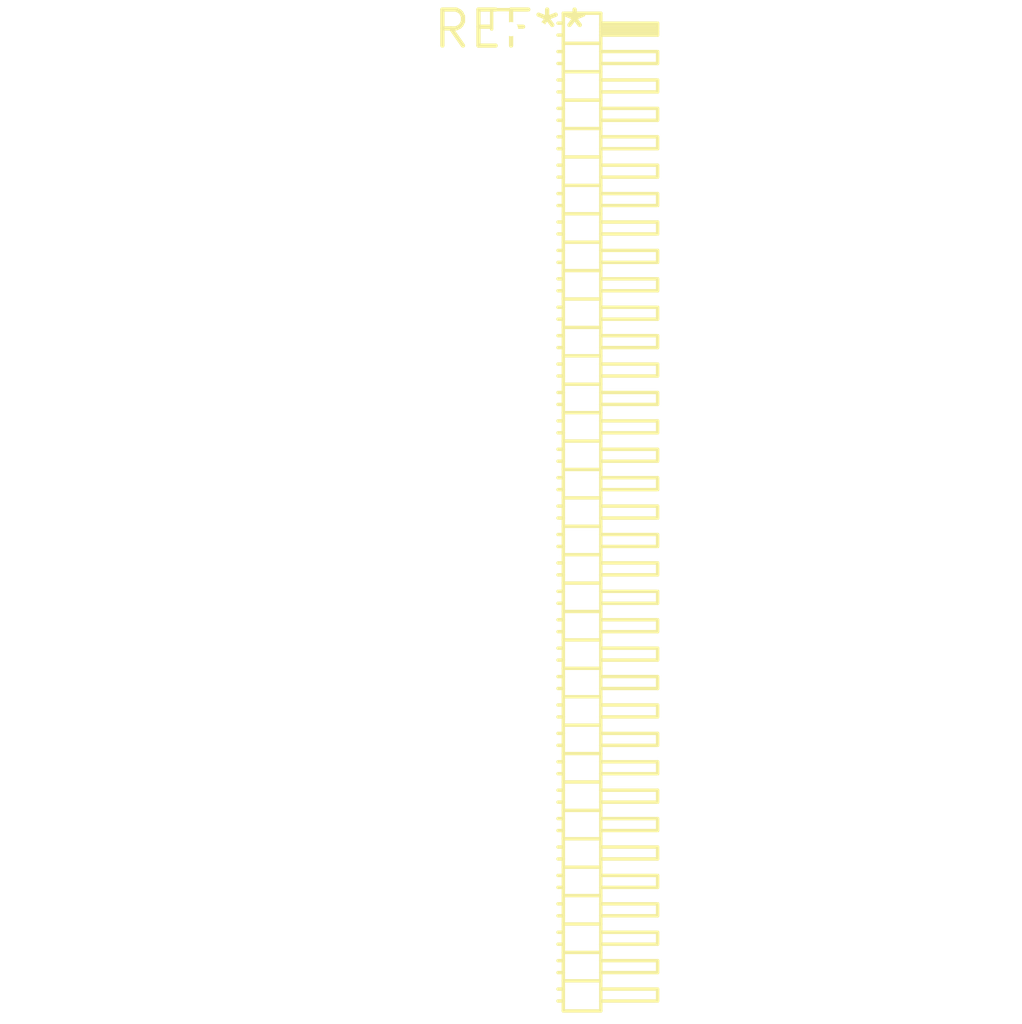
<source format=kicad_pcb>
(kicad_pcb (version 20240108) (generator pcbnew)
  (layers (0 "F.Cu" signal) (31 "B.Cu" signal) (34 "B.Paste" user) (35 "F.Paste" user) (36 "B.SilkS" user "B.Silkscreen") (37 "F.SilkS" user "F.Silkscreen") (38 "B.Mask" user) (39 "F.Mask" user) (44 "Edge.Cuts" user))
  (net 0 "")
  (footprint "PinHeader_2x35_P1.00mm_Horizontal" (layer "F.Cu") (at 0 0)
    (property "Reference" "REF**")
    (property "Value" "PinHeader_2x35_P1.00mm_Horizontal")
    (fp_line (start -0.685 -0.685) (end 0 -0.685) (layer "F.SilkS") (stroke (width 0.12)))
    (fp_line (start -0.685 0) (end -0.685 -0.685) (layer "F.SilkS") (stroke (width 0.12)))
    (fp_line (start 1.652016 -0.21) (end 1.84 -0.21) (layer "F.SilkS") (stroke (width 0.12)))
    (fp_line (start 1.652016 0.21) (end 1.84 0.21) (layer "F.SilkS") (stroke (width 0.12)))
    (fp_line (start 1.652016 0.79) (end 1.84 0.79) (layer "F.SilkS") (stroke (width 0.12)))
    (fp_line (start 1.652016 1.21) (end 1.84 1.21) (layer "F.SilkS") (stroke (width 0.12)))
    (fp_line (start 1.652016 1.79) (end 1.84 1.79) (layer "F.SilkS") (stroke (width 0.12)))
    (fp_line (start 1.652016 2.21) (end 1.84 2.21) (layer "F.SilkS") (stroke (width 0.12)))
    (fp_line (start 1.652016 2.79) (end 1.84 2.79) (layer "F.SilkS") (stroke (width 0.12)))
    (fp_line (start 1.652016 3.21) (end 1.84 3.21) (layer "F.SilkS") (stroke (width 0.12)))
    (fp_line (start 1.652016 3.79) (end 1.84 3.79) (layer "F.SilkS") (stroke (width 0.12)))
    (fp_line (start 1.652016 4.21) (end 1.84 4.21) (layer "F.SilkS") (stroke (width 0.12)))
    (fp_line (start 1.652016 4.79) (end 1.84 4.79) (layer "F.SilkS") (stroke (width 0.12)))
    (fp_line (start 1.652016 5.21) (end 1.84 5.21) (layer "F.SilkS") (stroke (width 0.12)))
    (fp_line (start 1.652016 5.79) (end 1.84 5.79) (layer "F.SilkS") (stroke (width 0.12)))
    (fp_line (start 1.652016 6.21) (end 1.84 6.21) (layer "F.SilkS") (stroke (width 0.12)))
    (fp_line (start 1.652016 6.79) (end 1.84 6.79) (layer "F.SilkS") (stroke (width 0.12)))
    (fp_line (start 1.652016 7.21) (end 1.84 7.21) (layer "F.SilkS") (stroke (width 0.12)))
    (fp_line (start 1.652016 7.79) (end 1.84 7.79) (layer "F.SilkS") (stroke (width 0.12)))
    (fp_line (start 1.652016 8.21) (end 1.84 8.21) (layer "F.SilkS") (stroke (width 0.12)))
    (fp_line (start 1.652016 8.79) (end 1.84 8.79) (layer "F.SilkS") (stroke (width 0.12)))
    (fp_line (start 1.652016 9.21) (end 1.84 9.21) (layer "F.SilkS") (stroke (width 0.12)))
    (fp_line (start 1.652016 9.79) (end 1.84 9.79) (layer "F.SilkS") (stroke (width 0.12)))
    (fp_line (start 1.652016 10.21) (end 1.84 10.21) (layer "F.SilkS") (stroke (width 0.12)))
    (fp_line (start 1.652016 10.79) (end 1.84 10.79) (layer "F.SilkS") (stroke (width 0.12)))
    (fp_line (start 1.652016 11.21) (end 1.84 11.21) (layer "F.SilkS") (stroke (width 0.12)))
    (fp_line (start 1.652016 11.79) (end 1.84 11.79) (layer "F.SilkS") (stroke (width 0.12)))
    (fp_line (start 1.652016 12.21) (end 1.84 12.21) (layer "F.SilkS") (stroke (width 0.12)))
    (fp_line (start 1.652016 12.79) (end 1.84 12.79) (layer "F.SilkS") (stroke (width 0.12)))
    (fp_line (start 1.652016 13.21) (end 1.84 13.21) (layer "F.SilkS") (stroke (width 0.12)))
    (fp_line (start 1.652016 13.79) (end 1.84 13.79) (layer "F.SilkS") (stroke (width 0.12)))
    (fp_line (start 1.652016 14.21) (end 1.84 14.21) (layer "F.SilkS") (stroke (width 0.12)))
    (fp_line (start 1.652016 14.79) (end 1.84 14.79) (layer "F.SilkS") (stroke (width 0.12)))
    (fp_line (start 1.652016 15.21) (end 1.84 15.21) (layer "F.SilkS") (stroke (width 0.12)))
    (fp_line (start 1.652016 15.79) (end 1.84 15.79) (layer "F.SilkS") (stroke (width 0.12)))
    (fp_line (start 1.652016 16.21) (end 1.84 16.21) (layer "F.SilkS") (stroke (width 0.12)))
    (fp_line (start 1.652016 16.79) (end 1.84 16.79) (layer "F.SilkS") (stroke (width 0.12)))
    (fp_line (start 1.652016 17.21) (end 1.84 17.21) (layer "F.SilkS") (stroke (width 0.12)))
    (fp_line (start 1.652016 17.79) (end 1.84 17.79) (layer "F.SilkS") (stroke (width 0.12)))
    (fp_line (start 1.652016 18.21) (end 1.84 18.21) (layer "F.SilkS") (stroke (width 0.12)))
    (fp_line (start 1.652016 18.79) (end 1.84 18.79) (layer "F.SilkS") (stroke (width 0.12)))
    (fp_line (start 1.652016 19.21) (end 1.84 19.21) (layer "F.SilkS") (stroke (width 0.12)))
    (fp_line (start 1.652016 19.79) (end 1.84 19.79) (layer "F.SilkS") (stroke (width 0.12)))
    (fp_line (start 1.652016 20.21) (end 1.84 20.21) (layer "F.SilkS") (stroke (width 0.12)))
    (fp_line (start 1.652016 20.79) (end 1.84 20.79) (layer "F.SilkS") (stroke (width 0.12)))
    (fp_line (start 1.652016 21.21) (end 1.84 21.21) (layer "F.SilkS") (stroke (width 0.12)))
    (fp_line (start 1.652016 21.79) (end 1.84 21.79) (layer "F.SilkS") (stroke (width 0.12)))
    (fp_line (start 1.652016 22.21) (end 1.84 22.21) (layer "F.SilkS") (stroke (width 0.12)))
    (fp_line (start 1.652016 22.79) (end 1.84 22.79) (layer "F.SilkS") (stroke (width 0.12)))
    (fp_line (start 1.652016 23.21) (end 1.84 23.21) (layer "F.SilkS") (stroke (width 0.12)))
    (fp_line (start 1.652016 23.79) (end 1.84 23.79) (layer "F.SilkS") (stroke (width 0.12)))
    (fp_line (start 1.652016 24.21) (end 1.84 24.21) (layer "F.SilkS") (stroke (width 0.12)))
    (fp_line (start 1.652016 24.79) (end 1.84 24.79) (layer "F.SilkS") (stroke (width 0.12)))
    (fp_line (start 1.652016 25.21) (end 1.84 25.21) (layer "F.SilkS") (stroke (width 0.12)))
    (fp_line (start 1.652016 25.79) (end 1.84 25.79) (layer "F.SilkS") (stroke (width 0.12)))
    (fp_line (start 1.652016 26.21) (end 1.84 26.21) (layer "F.SilkS") (stroke (width 0.12)))
    (fp_line (start 1.652016 26.79) (end 1.84 26.79) (layer "F.SilkS") (stroke (width 0.12)))
    (fp_line (start 1.652016 27.21) (end 1.84 27.21) (layer "F.SilkS") (stroke (width 0.12)))
    (fp_line (start 1.652016 27.79) (end 1.84 27.79) (layer "F.SilkS") (stroke (width 0.12)))
    (fp_line (start 1.652016 28.21) (end 1.84 28.21) (layer "F.SilkS") (stroke (width 0.12)))
    (fp_line (start 1.652016 28.79) (end 1.84 28.79) (layer "F.SilkS") (stroke (width 0.12)))
    (fp_line (start 1.652016 29.21) (end 1.84 29.21) (layer "F.SilkS") (stroke (width 0.12)))
    (fp_line (start 1.652016 29.79) (end 1.84 29.79) (layer "F.SilkS") (stroke (width 0.12)))
    (fp_line (start 1.652016 30.21) (end 1.84 30.21) (layer "F.SilkS") (stroke (width 0.12)))
    (fp_line (start 1.652016 30.79) (end 1.84 30.79) (layer "F.SilkS") (stroke (width 0.12)))
    (fp_line (start 1.652016 31.21) (end 1.84 31.21) (layer "F.SilkS") (stroke (width 0.12)))
    (fp_line (start 1.652016 31.79) (end 1.84 31.79) (layer "F.SilkS") (stroke (width 0.12)))
    (fp_line (start 1.652016 32.21) (end 1.84 32.21) (layer "F.SilkS") (stroke (width 0.12)))
    (fp_line (start 1.652016 32.79) (end 1.84 32.79) (layer "F.SilkS") (stroke (width 0.12)))
    (fp_line (start 1.652016 33.21) (end 1.84 33.21) (layer "F.SilkS") (stroke (width 0.12)))
    (fp_line (start 1.652016 33.79) (end 1.84 33.79) (layer "F.SilkS") (stroke (width 0.12)))
    (fp_line (start 1.652016 34.21) (end 1.84 34.21) (layer "F.SilkS") (stroke (width 0.12)))
    (fp_line (start 1.84 -0.56) (end 1.84 34.56) (layer "F.SilkS") (stroke (width 0.12)))
    (fp_line (start 1.84 0.5) (end 3.16 0.5) (layer "F.SilkS") (stroke (width 0.12)))
    (fp_line (start 1.84 1.5) (end 3.16 1.5) (layer "F.SilkS") (stroke (width 0.12)))
    (fp_line (start 1.84 2.5) (end 3.16 2.5) (layer "F.SilkS") (stroke (width 0.12)))
    (fp_line (start 1.84 3.5) (end 3.16 3.5) (layer "F.SilkS") (stroke (width 0.12)))
    (fp_line (start 1.84 4.5) (end 3.16 4.5) (layer "F.SilkS") (stroke (width 0.12)))
    (fp_line (start 1.84 5.5) (end 3.16 5.5) (layer "F.SilkS") (stroke (width 0.12)))
    (fp_line (start 1.84 6.5) (end 3.16 6.5) (layer "F.SilkS") (stroke (width 0.12)))
    (fp_line (start 1.84 7.5) (end 3.16 7.5) (layer "F.SilkS") (stroke (width 0.12)))
    (fp_line (start 1.84 8.5) (end 3.16 8.5) (layer "F.SilkS") (stroke (width 0.12)))
    (fp_line (start 1.84 9.5) (end 3.16 9.5) (layer "F.SilkS") (stroke (width 0.12)))
    (fp_line (start 1.84 10.5) (end 3.16 10.5) (layer "F.SilkS") (stroke (width 0.12)))
    (fp_line (start 1.84 11.5) (end 3.16 11.5) (layer "F.SilkS") (stroke (width 0.12)))
    (fp_line (start 1.84 12.5) (end 3.16 12.5) (layer "F.SilkS") (stroke (width 0.12)))
    (fp_line (start 1.84 13.5) (end 3.16 13.5) (layer "F.SilkS") (stroke (width 0.12)))
    (fp_line (start 1.84 14.5) (end 3.16 14.5) (layer "F.SilkS") (stroke (width 0.12)))
    (fp_line (start 1.84 15.5) (end 3.16 15.5) (layer "F.SilkS") (stroke (width 0.12)))
    (fp_line (start 1.84 16.5) (end 3.16 16.5) (layer "F.SilkS") (stroke (width 0.12)))
    (fp_line (start 1.84 17.5) (end 3.16 17.5) (layer "F.SilkS") (stroke (width 0.12)))
    (fp_line (start 1.84 18.5) (end 3.16 18.5) (layer "F.SilkS") (stroke (width 0.12)))
    (fp_line (start 1.84 19.5) (end 3.16 19.5) (layer "F.SilkS") (stroke (width 0.12)))
    (fp_line (start 1.84 20.5) (end 3.16 20.5) (layer "F.SilkS") (stroke (width 0.12)))
    (fp_line (start 1.84 21.5) (end 3.16 21.5) (layer "F.SilkS") (stroke (width 0.12)))
    (fp_line (start 1.84 22.5) (end 3.16 22.5) (layer "F.SilkS") (stroke (width 0.12)))
    (fp_line (start 1.84 23.5) (end 3.16 23.5) (layer "F.SilkS") (stroke (width 0.12)))
    (fp_line (start 1.84 24.5) (end 3.16 24.5) (layer "F.SilkS") (stroke (width 0.12)))
    (fp_line (start 1.84 25.5) (end 3.16 25.5) (layer "F.SilkS") (stroke (width 0.12)))
    (fp_line (start 1.84 26.5) (end 3.16 26.5) (layer "F.SilkS") (stroke (width 0.12)))
    (fp_line (start 1.84 27.5) (end 3.16 27.5) (layer "F.SilkS") (stroke (width 0.12)))
    (fp_line (start 1.84 28.5) (end 3.16 28.5) (layer "F.SilkS") (stroke (width 0.12)))
    (fp_line (start 1.84 29.5) (end 3.16 29.5) (layer "F.SilkS") (stroke (width 0.12)))
    (fp_line (start 1.84 30.5) (end 3.16 30.5) (layer "F.SilkS") (stroke (width 0.12)))
    (fp_line (start 1.84 31.5) (end 3.16 31.5) (layer "F.SilkS") (stroke (width 0.12)))
    (fp_line (start 1.84 32.5) (end 3.16 32.5) (layer "F.SilkS") (stroke (width 0.12)))
    (fp_line (start 1.84 33.5) (end 3.16 33.5) (layer "F.SilkS") (stroke (width 0.12)))
    (fp_line (start 1.84 34.56) (end 3.16 34.56) (layer "F.SilkS") (stroke (width 0.12)))
    (fp_line (start 3.16 -0.56) (end 1.84 -0.56) (layer "F.SilkS") (stroke (width 0.12)))
    (fp_line (start 3.16 -0.21) (end 5.16 -0.21) (layer "F.SilkS") (stroke (width 0.12)))
    (fp_line (start 3.16 -0.15) (end 5.16 -0.15) (layer "F.SilkS") (stroke (width 0.12)))
    (fp_line (start 3.16 -0.03) (end 5.16 -0.03) (layer "F.SilkS") (stroke (width 0.12)))
    (fp_line (start 3.16 0.09) (end 5.16 0.09) (layer "F.SilkS") (stroke (width 0.12)))
    (fp_line (start 3.16 0.79) (end 5.16 0.79) (layer "F.SilkS") (stroke (width 0.12)))
    (fp_line (start 3.16 1.79) (end 5.16 1.79) (layer "F.SilkS") (stroke (width 0.12)))
    (fp_line (start 3.16 2.79) (end 5.16 2.79) (layer "F.SilkS") (stroke (width 0.12)))
    (fp_line (start 3.16 3.79) (end 5.16 3.79) (layer "F.SilkS") (stroke (width 0.12)))
    (fp_line (start 3.16 4.79) (end 5.16 4.79) (layer "F.SilkS") (stroke (width 0.12)))
    (fp_line (start 3.16 5.79) (end 5.16 5.79) (layer "F.SilkS") (stroke (width 0.12)))
    (fp_line (start 3.16 6.79) (end 5.16 6.79) (layer "F.SilkS") (stroke (width 0.12)))
    (fp_line (start 3.16 7.79) (end 5.16 7.79) (layer "F.SilkS") (stroke (width 0.12)))
    (fp_line (start 3.16 8.79) (end 5.16 8.79) (layer "F.SilkS") (stroke (width 0.12)))
    (fp_line (start 3.16 9.79) (end 5.16 9.79) (layer "F.SilkS") (stroke (width 0.12)))
    (fp_line (start 3.16 10.79) (end 5.16 10.79) (layer "F.SilkS") (stroke (width 0.12)))
    (fp_line (start 3.16 11.79) (end 5.16 11.79) (layer "F.SilkS") (stroke (width 0.12)))
    (fp_line (start 3.16 12.79) (end 5.16 12.79) (layer "F.SilkS") (stroke (width 0.12)))
    (fp_line (start 3.16 13.79) (end 5.16 13.79) (layer "F.SilkS") (stroke (width 0.12)))
    (fp_line (start 3.16 14.79) (end 5.16 14.79) (layer "F.SilkS") (stroke (width 0.12)))
    (fp_line (start 3.16 15.79) (end 5.16 15.79) (layer "F.SilkS") (stroke (width 0.12)))
    (fp_line (start 3.16 16.79) (end 5.16 16.79) (layer "F.SilkS") (stroke (width 0.12)))
    (fp_line (start 3.16 17.79) (end 5.16 17.79) (layer "F.SilkS") (stroke (width 0.12)))
    (fp_line (start 3.16 18.79) (end 5.16 18.79) (layer "F.SilkS") (stroke (width 0.12)))
    (fp_line (start 3.16 19.79) (end 5.16 19.79) (layer "F.SilkS") (stroke (width 0.12)))
    (fp_line (start 3.16 20.79) (end 5.16 20.79) (layer "F.SilkS") (stroke (width 0.12)))
    (fp_line (start 3.16 21.79) (end 5.16 21.79) (layer "F.SilkS") (stroke (width 0.12)))
    (fp_line (start 3.16 22.79) (end 5.16 22.79) (layer "F.SilkS") (stroke (width 0.12)))
    (fp_line (start 3.16 23.79) (end 5.16 23.79) (layer "F.SilkS") (stroke (width 0.12)))
    (fp_line (start 3.16 24.79) (end 5.16 24.79) (layer "F.SilkS") (stroke (width 0.12)))
    (fp_line (start 3.16 25.79) (end 5.16 25.79) (layer "F.SilkS") (stroke (width 0.12)))
    (fp_line (start 3.16 26.79) (end 5.16 26.79) (layer "F.SilkS") (stroke (width 0.12)))
    (fp_line (start 3.16 27.79) (end 5.16 27.79) (layer "F.SilkS") (stroke (width 0.12)))
    (fp_line (start 3.16 28.79) (end 5.16 28.79) (layer "F.SilkS") (stroke (width 0.12)))
    (fp_line (start 3.16 29.79) (end 5.16 29.79) (layer "F.SilkS") (stroke (width 0.12)))
    (fp_line (start 3.16 30.79) (end 5.16 30.79) (layer "F.SilkS") (stroke (width 0.12)))
    (fp_line (start 3.16 31.79) (end 5.16 31.79) (layer "F.SilkS") (stroke (width 0.12)))
    (fp_line (start 3.16 32.79) (end 5.16 32.79) (layer "F.SilkS") (stroke (width 0.12)))
    (fp_line (start 3.16 33.79) (end 5.16 33.79) (layer "F.SilkS") (stroke (width 0.12)))
    (fp_line (start 3.16 34.56) (end 3.16 -0.56) (layer "F.SilkS") (stroke (width 0.12)))
    (fp_line (start 5.16 -0.21) (end 5.16 0.21) (layer "F.SilkS") (stroke (width 0.12)))
    (fp_line (start 5.16 0.21) (end 3.16 0.21) (layer "F.SilkS") (stroke (width 0.12)))
    (fp_line (start 5.16 0.79) (end 5.16 1.21) (layer "F.SilkS") (stroke (width 0.12)))
    (fp_line (start 5.16 1.21) (end 3.16 1.21) (layer "F.SilkS") (stroke (width 0.12)))
    (fp_line (start 5.16 1.79) (end 5.16 2.21) (layer "F.SilkS") (stroke (width 0.12)))
    (fp_line (start 5.16 2.21) (end 3.16 2.21) (layer "F.SilkS") (stroke (width 0.12)))
    (fp_line (start 5.16 2.79) (end 5.16 3.21) (layer "F.SilkS") (stroke (width 0.12)))
    (fp_line (start 5.16 3.21) (end 3.16 3.21) (layer "F.SilkS") (stroke (width 0.12)))
    (fp_line (start 5.16 3.79) (end 5.16 4.21) (layer "F.SilkS") (stroke (width 0.12)))
    (fp_line (start 5.16 4.21) (end 3.16 4.21) (layer "F.SilkS") (stroke (width 0.12)))
    (fp_line (start 5.16 4.79) (end 5.16 5.21) (layer "F.SilkS") (stroke (width 0.12)))
    (fp_line (start 5.16 5.21) (end 3.16 5.21) (layer "F.SilkS") (stroke (width 0.12)))
    (fp_line (start 5.16 5.79) (end 5.16 6.21) (layer "F.SilkS") (stroke (width 0.12)))
    (fp_line (start 5.16 6.21) (end 3.16 6.21) (layer "F.SilkS") (stroke (width 0.12)))
    (fp_line (start 5.16 6.79) (end 5.16 7.21) (layer "F.SilkS") (stroke (width 0.12)))
    (fp_line (start 5.16 7.21) (end 3.16 7.21) (layer "F.SilkS") (stroke (width 0.12)))
    (fp_line (start 5.16 7.79) (end 5.16 8.21) (layer "F.SilkS") (stroke (width 0.12)))
    (fp_line (start 5.16 8.21) (end 3.16 8.21) (layer "F.SilkS") (stroke (width 0.12)))
    (fp_line (start 5.16 8.79) (end 5.16 9.21) (layer "F.SilkS") (stroke (width 0.12)))
    (fp_line (start 5.16 9.21) (end 3.16 9.21) (layer "F.SilkS") (stroke (width 0.12)))
    (fp_line (start 5.16 9.79) (end 5.16 10.21) (layer "F.SilkS") (stroke (width 0.12)))
    (fp_line (start 5.16 10.21) (end 3.16 10.21) (layer "F.SilkS") (stroke (width 0.12)))
    (fp_line (start 5.16 10.79) (end 5.16 11.21) (layer "F.SilkS") (stroke (width 0.12)))
    (fp_line (start 5.16 11.21) (end 3.16 11.21) (layer "F.SilkS") (stroke (width 0.12)))
    (fp_line (start 5.16 11.79) (end 5.16 12.21) (layer "F.SilkS") (stroke (width 0.12)))
    (fp_line (start 5.16 12.21) (end 3.16 12.21) (layer "F.SilkS") (stroke (width 0.12)))
    (fp_line (start 5.16 12.79) (end 5.16 13.21) (layer "F.SilkS") (stroke (width 0.12)))
    (fp_line (start 5.16 13.21) (end 3.16 13.21) (layer "F.SilkS") (stroke (width 0.12)))
    (fp_line (start 5.16 13.79) (end 5.16 14.21) (layer "F.SilkS") (stroke (width 0.12)))
    (fp_line (start 5.16 14.21) (end 3.16 14.21) (layer "F.SilkS") (stroke (width 0.12)))
    (fp_line (start 5.16 14.79) (end 5.16 15.21) (layer "F.SilkS") (stroke (width 0.12)))
    (fp_line (start 5.16 15.21) (end 3.16 15.21) (layer "F.SilkS") (stroke (width 0.12)))
    (fp_line (start 5.16 15.79) (end 5.16 16.21) (layer "F.SilkS") (stroke (width 0.12)))
    (fp_line (start 5.16 16.21) (end 3.16 16.21) (layer "F.SilkS") (stroke (width 0.12)))
    (fp_line (start 5.16 16.79) (end 5.16 17.21) (layer "F.SilkS") (stroke (width 0.12)))
    (fp_line (start 5.16 17.21) (end 3.16 17.21) (layer "F.SilkS") (stroke (width 0.12)))
    (fp_line (start 5.16 17.79) (end 5.16 18.21) (layer "F.SilkS") (stroke (width 0.12)))
    (fp_line (start 5.16 18.21) (end 3.16 18.21) (layer "F.SilkS") (stroke (width 0.12)))
    (fp_line (start 5.16 18.79) (end 5.16 19.21) (layer "F.SilkS") (stroke (width 0.12)))
    (fp_line (start 5.16 19.21) (end 3.16 19.21) (layer "F.SilkS") (stroke (width 0.12)))
    (fp_line (start 5.16 19.79) (end 5.16 20.21) (layer "F.SilkS") (stroke (width 0.12)))
    (fp_line (start 5.16 20.21) (end 3.16 20.21) (layer "F.SilkS") (stroke (width 0.12)))
    (fp_line (start 5.16 20.79) (end 5.16 21.21) (layer "F.SilkS") (stroke (width 0.12)))
    (fp_line (start 5.16 21.21) (end 3.16 21.21) (layer "F.SilkS") (stroke (width 0.12)))
    (fp_line (start 5.16 21.79) (end 5.16 22.21) (layer "F.SilkS") (stroke (width 0.12)))
    (fp_line (start 5.16 22.21) (end 3.16 22.21) (layer "F.SilkS") (stroke (width 0.12)))
    (fp_line (start 5.16 22.79) (end 5.16 23.21) (layer "F.SilkS") (stroke (width 0.12)))
    (fp_line (start 5.16 23.21) (end 3.16 23.21) (layer "F.SilkS") (stroke (width 0.12)))
    (fp_line (start 5.16 23.79) (end 5.16 24.21) (layer "F.SilkS") (stroke (width 0.12)))
    (fp_line (start 5.16 24.21) (end 3.16 24.21) (layer "F.SilkS") (stroke (width 0.12)))
    (fp_line (start 5.16 24.79) (end 5.16 25.21) (layer "F.SilkS") (stroke (width 0.12)))
    (fp_line (start 5.16 25.21) (end 3.16 25.21) (layer "F.SilkS") (stroke (width 0.12)))
    (fp_line (start 5.16 25.79) (end 5.16 26.21) (layer "F.SilkS") (stroke (width 0.12)))
    (fp_line (start 5.16 26.21) (end 3.16 26.21) (layer "F.SilkS") (stroke (width 0.12)))
    (fp_line (start 5.16 26.79) (end 5.16 27.21) (layer "F.SilkS") (stroke (width 0.12)))
    (fp_line (start 5.16 27.21) (end 3.16 27.21) (layer "F.SilkS") (stroke (width 0.12)))
    (fp_line (start 5.16 27.79) (end 5.16 28.21) (layer "F.SilkS") (stroke (width 0.12)))
    (fp_line (start 5.16 28.21) (end 3.16 28.21) (layer "F.SilkS") (stroke (width 0.12)))
    (fp_line (start 5.16 28.79) (end 5.16 29.21) (layer "F.SilkS") (stroke (width 0.12)))
    (fp_line (start 5.16 29.21) (end 3.16 29.21) (layer "F.SilkS") (stroke (width 0.12)))
    (fp_line (start 5.16 29.79) (end 5.16 30.21) (layer "F.SilkS") (stroke (width 0.12)))
    (fp_line (start 5.16 30.21) (end 3.16 30.21) (layer "F.SilkS") (stroke (width 0.12)))
    (fp_line (start 5.16 30.79) (end 5.16 31.21) (layer "F.SilkS") (stroke (width 0.12)))
    (fp_line (start 5.16 31.21) (end 3.16 31.21) (layer "F.SilkS") (stroke (width 0.12)))
    (fp_line (start 5.16 31.79) (end 5.16 32.21) (layer "F.SilkS") (stroke (width 0.12)))
    (fp_line (start 5.16 32.21) (end 3.16 32.21) (layer "F.SilkS") (stroke (width 0.12)))
    (fp_line (start 5.16 32.79) (end 5.16 33.21) (layer "F.SilkS") (stroke (width 0.12)))
    (fp_line (start 5.16 33.21) (end 3.16 33.21) (layer "F.SilkS") (stroke (width 0.12)))
    (fp_line (start 5.16 33.79) (end 5.16 34.21) (layer "F.SilkS") (stroke (width 0.12)))
    (fp_line (start 5.16 34.21) (end 3.16 34.21) (layer "F.SilkS") (stroke (width 0.12)))
    (pad "1" thru_hole rect (at 0 0) (size 0.85 0.85) (drill 0.5) (layers *.Cu *.Mask) (remove_unused_layers))
    (pad "2" thru_hole oval (at 1 0) (size 0.85 0.85) (drill 0.5) (layers *.Cu *.Mask) (remove_unused_layers))
    (pad "3" thru_hole oval (at 0 1) (size 0.85 0.85) (drill 0.5) (layers *.Cu *.Mask) (remove_unused_layers))
    (pad "4" thru_hole oval (at 1 1) (size 0.85 0.85) (drill 0.5) (layers *.Cu *.Mask) (remove_unused_layers))
    (pad "5" thru_hole oval (at 0 2) (size 0.85 0.85) (drill 0.5) (layers *.Cu *.Mask) (remove_unused_layers))
    (pad "6" thru_hole oval (at 1 2) (size 0.85 0.85) (drill 0.5) (layers *.Cu *.Mask) (remove_unused_layers))
    (pad "7" thru_hole oval (at 0 3) (size 0.85 0.85) (drill 0.5) (layers *.Cu *.Mask) (remove_unused_layers))
    (pad "8" thru_hole oval (at 1 3) (size 0.85 0.85) (drill 0.5) (layers *.Cu *.Mask) (remove_unused_layers))
    (pad "9" thru_hole oval (at 0 4) (size 0.85 0.85) (drill 0.5) (layers *.Cu *.Mask) (remove_unused_layers))
    (pad "10" thru_hole oval (at 1 4) (size 0.85 0.85) (drill 0.5) (layers *.Cu *.Mask) (remove_unused_layers))
    (pad "11" thru_hole oval (at 0 5) (size 0.85 0.85) (drill 0.5) (layers *.Cu *.Mask) (remove_unused_layers))
    (pad "12" thru_hole oval (at 1 5) (size 0.85 0.85) (drill 0.5) (layers *.Cu *.Mask) (remove_unused_layers))
    (pad "13" thru_hole oval (at 0 6) (size 0.85 0.85) (drill 0.5) (layers *.Cu *.Mask) (remove_unused_layers))
    (pad "14" thru_hole oval (at 1 6) (size 0.85 0.85) (drill 0.5) (layers *.Cu *.Mask) (remove_unused_layers))
    (pad "15" thru_hole oval (at 0 7) (size 0.85 0.85) (drill 0.5) (layers *.Cu *.Mask) (remove_unused_layers))
    (pad "16" thru_hole oval (at 1 7) (size 0.85 0.85) (drill 0.5) (layers *.Cu *.Mask) (remove_unused_layers))
    (pad "17" thru_hole oval (at 0 8) (size 0.85 0.85) (drill 0.5) (layers *.Cu *.Mask) (remove_unused_layers))
    (pad "18" thru_hole oval (at 1 8) (size 0.85 0.85) (drill 0.5) (layers *.Cu *.Mask) (remove_unused_layers))
    (pad "19" thru_hole oval (at 0 9) (size 0.85 0.85) (drill 0.5) (layers *.Cu *.Mask) (remove_unused_layers))
    (pad "20" thru_hole oval (at 1 9) (size 0.85 0.85) (drill 0.5) (layers *.Cu *.Mask) (remove_unused_layers))
    (pad "21" thru_hole oval (at 0 10) (size 0.85 0.85) (drill 0.5) (layers *.Cu *.Mask) (remove_unused_layers))
    (pad "22" thru_hole oval (at 1 10) (size 0.85 0.85) (drill 0.5) (layers *.Cu *.Mask) (remove_unused_layers))
    (pad "23" thru_hole oval (at 0 11) (size 0.85 0.85) (drill 0.5) (layers *.Cu *.Mask) (remove_unused_layers))
    (pad "24" thru_hole oval (at 1 11) (size 0.85 0.85) (drill 0.5) (layers *.Cu *.Mask) (remove_unused_layers))
    (pad "25" thru_hole oval (at 0 12) (size 0.85 0.85) (drill 0.5) (layers *.Cu *.Mask) (remove_unused_layers))
    (pad "26" thru_hole oval (at 1 12) (size 0.85 0.85) (drill 0.5) (layers *.Cu *.Mask) (remove_unused_layers))
    (pad "27" thru_hole oval (at 0 13) (size 0.85 0.85) (drill 0.5) (layers *.Cu *.Mask) (remove_unused_layers))
    (pad "28" thru_hole oval (at 1 13) (size 0.85 0.85) (drill 0.5) (layers *.Cu *.Mask) (remove_unused_layers))
    (pad "29" thru_hole oval (at 0 14) (size 0.85 0.85) (drill 0.5) (layers *.Cu *.Mask) (remove_unused_layers))
    (pad "30" thru_hole oval (at 1 14) (size 0.85 0.85) (drill 0.5) (layers *.Cu *.Mask) (remove_unused_layers))
    (pad "31" thru_hole oval (at 0 15) (size 0.85 0.85) (drill 0.5) (layers *.Cu *.Mask) (remove_unused_layers))
    (pad "32" thru_hole oval (at 1 15) (size 0.85 0.85) (drill 0.5) (layers *.Cu *.Mask) (remove_unused_layers))
    (pad "33" thru_hole oval (at 0 16) (size 0.85 0.85) (drill 0.5) (layers *.Cu *.Mask) (remove_unused_layers))
    (pad "34" thru_hole oval (at 1 16) (size 0.85 0.85) (drill 0.5) (layers *.Cu *.Mask) (remove_unused_layers))
    (pad "35" thru_hole oval (at 0 17) (size 0.85 0.85) (drill 0.5) (layers *.Cu *.Mask) (remove_unused_layers))
    (pad "36" thru_hole oval (at 1 17) (size 0.85 0.85) (drill 0.5) (layers *.Cu *.Mask) (remove_unused_layers))
    (pad "37" thru_hole oval (at 0 18) (size 0.85 0.85) (drill 0.5) (layers *.Cu *.Mask) (remove_unused_layers))
    (pad "38" thru_hole oval (at 1 18) (size 0.85 0.85) (drill 0.5) (layers *.Cu *.Mask) (remove_unused_layers))
    (pad "39" thru_hole oval (at 0 19) (size 0.85 0.85) (drill 0.5) (layers *.Cu *.Mask) (remove_unused_layers))
    (pad "40" thru_hole oval (at 1 19) (size 0.85 0.85) (drill 0.5) (layers *.Cu *.Mask) (remove_unused_layers))
    (pad "41" thru_hole oval (at 0 20) (size 0.85 0.85) (drill 0.5) (layers *.Cu *.Mask) (remove_unused_layers))
    (pad "42" thru_hole oval (at 1 20) (size 0.85 0.85) (drill 0.5) (layers *.Cu *.Mask) (remove_unused_layers))
    (pad "43" thru_hole oval (at 0 21) (size 0.85 0.85) (drill 0.5) (layers *.Cu *.Mask) (remove_unused_layers))
    (pad "44" thru_hole oval (at 1 21) (size 0.85 0.85) (drill 0.5) (layers *.Cu *.Mask) (remove_unused_layers))
    (pad "45" thru_hole oval (at 0 22) (size 0.85 0.85) (drill 0.5) (layers *.Cu *.Mask) (remove_unused_layers))
    (pad "46" thru_hole oval (at 1 22) (size 0.85 0.85) (drill 0.5) (layers *.Cu *.Mask) (remove_unused_layers))
    (pad "47" thru_hole oval (at 0 23) (size 0.85 0.85) (drill 0.5) (layers *.Cu *.Mask) (remove_unused_layers))
    (pad "48" thru_hole oval (at 1 23) (size 0.85 0.85) (drill 0.5) (layers *.Cu *.Mask) (remove_unused_layers))
    (pad "49" thru_hole oval (at 0 24) (size 0.85 0.85) (drill 0.5) (layers *.Cu *.Mask) (remove_unused_layers))
    (pad "50" thru_hole oval (at 1 24) (size 0.85 0.85) (drill 0.5) (layers *.Cu *.Mask) (remove_unused_layers))
    (pad "51" thru_hole oval (at 0 25) (size 0.85 0.85) (drill 0.5) (layers *.Cu *.Mask) (remove_unused_layers))
    (pad "52" thru_hole oval (at 1 25) (size 0.85 0.85) (drill 0.5) (layers *.Cu *.Mask) (remove_unused_layers))
    (pad "53" thru_hole oval (at 0 26) (size 0.85 0.85) (drill 0.5) (layers *.Cu *.Mask) (remove_unused_layers))
    (pad "54" thru_hole oval (at 1 26) (size 0.85 0.85) (drill 0.5) (layers *.Cu *.Mask) (remove_unused_layers))
    (pad "55" thru_hole oval (at 0 27) (size 0.85 0.85) (drill 0.5) (layers *.Cu *.Mask) (remove_unused_layers))
    (pad "56" thru_hole oval (at 1 27) (size 0.85 0.85) (drill 0.5) (layers *.Cu *.Mask) (remove_unused_layers))
    (pad "57" thru_hole oval (at 0 28) (size 0.85 0.85) (drill 0.5) (layers *.Cu *.Mask) (remove_unused_layers))
    (pad "58" thru_hole oval (at 1 28) (size 0.85 0.85) (drill 0.5) (layers *.Cu *.Mask) (remove_unused_layers))
    (pad "59" thru_hole oval (at 0 29) (size 0.85 0.85) (drill 0.5) (layers *.Cu *.Mask) (remove_unused_layers))
    (pad "60" thru_hole oval (at 1 29) (size 0.85 0.85) (drill 0.5) (layers *.Cu *.Mask) (remove_unused_layers))
    (pad "61" thru_hole oval (at 0 30) (size 0.85 0.85) (drill 0.5) (layers *.Cu *.Mask) (remove_unused_layers))
    (pad "62" thru_hole oval (at 1 30) (size 0.85 0.85) (drill 0.5) (layers *.Cu *.Mask) (remove_unused_layers))
    (pad "63" thru_hole oval (at 0 31) (size 0.85 0.85) (drill 0.5) (layers *.Cu *.Mask) (remove_unused_layers))
    (pad "64" thru_hole oval (at 1 31) (size 0.85 0.85) (drill 0.5) (layers *.Cu *.Mask) (remove_unused_layers))
    (pad "65" thru_hole oval (at 0 32) (size 0.85 0.85) (drill 0.5) (layers *.Cu *.Mask) (remove_unused_layers))
    (pad "66" thru_hole oval (at 1 32) (size 0.85 0.85) (drill 0.5) (layers *.Cu *.Mask) (remove_unused_layers))
    (pad "67" thru_hole oval (at 0 33) (size 0.85 0.85) (drill 0.5) (layers *.Cu *.Mask) (remove_unused_layers))
    (pad "68" thru_hole oval (at 1 33) (size 0.85 0.85) (drill 0.5) (layers *.Cu *.Mask) (remove_unused_layers))
    (pad "69" thru_hole oval (at 0 34) (size 0.85 0.85) (drill 0.5) (layers *.Cu *.Mask) (remove_unused_layers))
    (pad "70" thru_hole oval (at 1 34) (size 0.85 0.85) (drill 0.5) (layers *.Cu *.Mask) (remove_unused_layers))
  )
)
</source>
